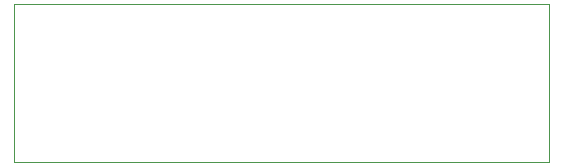
<source format=gbr>
G04 DesignSpark PCB Gerber Version 10.0 Build 5299*
%FSLAX35Y35*%
%MOIN*%
%ADD85C,0.00394*%
X0Y0D02*
D02*
D85*
X21313Y175327D02*
X199620D01*
Y122492D01*
X21313D01*
Y175327D01*
X0Y0D02*
M02*

</source>
